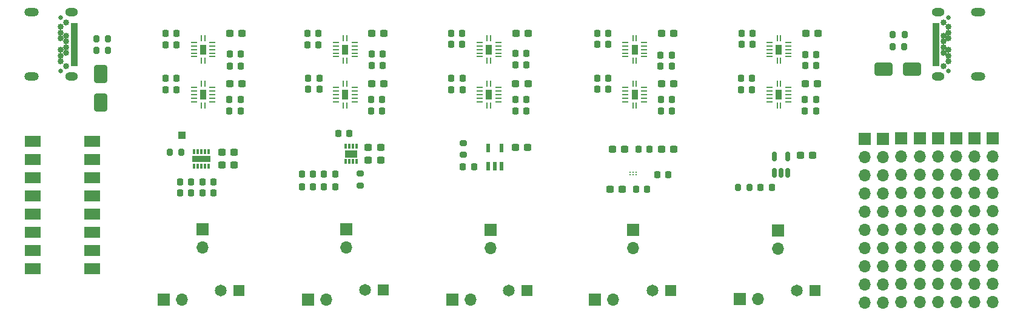
<source format=gbr>
%TF.GenerationSoftware,KiCad,Pcbnew,8.0.3-8.0.3-0~ubuntu22.04.1*%
%TF.CreationDate,2024-12-02T08:44:27+01:00*%
%TF.ProjectId,BreakoutboardRT9532,42726561-6b6f-4757-9462-6f6172645254,rev?*%
%TF.SameCoordinates,Original*%
%TF.FileFunction,Soldermask,Top*%
%TF.FilePolarity,Negative*%
%FSLAX46Y46*%
G04 Gerber Fmt 4.6, Leading zero omitted, Abs format (unit mm)*
G04 Created by KiCad (PCBNEW 8.0.3-8.0.3-0~ubuntu22.04.1) date 2024-12-02 08:44:27*
%MOMM*%
%LPD*%
G01*
G04 APERTURE LIST*
G04 Aperture macros list*
%AMRoundRect*
0 Rectangle with rounded corners*
0 $1 Rounding radius*
0 $2 $3 $4 $5 $6 $7 $8 $9 X,Y pos of 4 corners*
0 Add a 4 corners polygon primitive as box body*
4,1,4,$2,$3,$4,$5,$6,$7,$8,$9,$2,$3,0*
0 Add four circle primitives for the rounded corners*
1,1,$1+$1,$2,$3*
1,1,$1+$1,$4,$5*
1,1,$1+$1,$6,$7*
1,1,$1+$1,$8,$9*
0 Add four rect primitives between the rounded corners*
20,1,$1+$1,$2,$3,$4,$5,0*
20,1,$1+$1,$4,$5,$6,$7,0*
20,1,$1+$1,$6,$7,$8,$9,0*
20,1,$1+$1,$8,$9,$2,$3,0*%
G04 Aperture macros list end*
%ADD10C,0.010000*%
%ADD11RoundRect,0.225000X-0.225000X-0.250000X0.225000X-0.250000X0.225000X0.250000X-0.225000X0.250000X0*%
%ADD12RoundRect,0.225000X0.225000X0.250000X-0.225000X0.250000X-0.225000X-0.250000X0.225000X-0.250000X0*%
%ADD13RoundRect,0.200000X-0.275000X0.200000X-0.275000X-0.200000X0.275000X-0.200000X0.275000X0.200000X0*%
%ADD14R,0.300000X0.700000*%
%ADD15R,1.700000X1.000000*%
%ADD16RoundRect,0.218750X0.218750X0.256250X-0.218750X0.256250X-0.218750X-0.256250X0.218750X-0.256250X0*%
%ADD17RoundRect,0.237500X-0.300000X-0.237500X0.300000X-0.237500X0.300000X0.237500X-0.300000X0.237500X0*%
%ADD18RoundRect,0.150000X0.150000X-0.512500X0.150000X0.512500X-0.150000X0.512500X-0.150000X-0.512500X0*%
%ADD19RoundRect,0.200000X0.200000X0.275000X-0.200000X0.275000X-0.200000X-0.275000X0.200000X-0.275000X0*%
%ADD20R,0.240000X0.900000*%
%ADD21R,0.900000X0.240000*%
%ADD22R,0.900000X1.400000*%
%ADD23R,1.650000X1.650000*%
%ADD24C,1.650000*%
%ADD25R,1.700000X1.700000*%
%ADD26O,1.700000X1.700000*%
%ADD27C,0.226000*%
%ADD28RoundRect,0.237500X0.300000X0.237500X-0.300000X0.237500X-0.300000X-0.237500X0.300000X-0.237500X0*%
%ADD29RoundRect,0.200000X0.275000X-0.200000X0.275000X0.200000X-0.275000X0.200000X-0.275000X-0.200000X0*%
%ADD30R,0.600000X1.150000*%
%ADD31RoundRect,0.218750X-0.218750X-0.256250X0.218750X-0.256250X0.218750X0.256250X-0.218750X0.256250X0*%
%ADD32R,2.160000X1.520000*%
%ADD33R,1.000000X1.000000*%
%ADD34RoundRect,0.200000X-0.200000X-0.275000X0.200000X-0.275000X0.200000X0.275000X-0.200000X0.275000X0*%
%ADD35O,2.004000X1.204000*%
%ADD36O,1.804000X1.204000*%
%ADD37C,0.854000*%
%ADD38C,0.650000*%
%ADD39R,0.300000X0.750000*%
%ADD40R,2.550000X0.850000*%
%ADD41RoundRect,0.250000X1.000000X0.650000X-1.000000X0.650000X-1.000000X-0.650000X1.000000X-0.650000X0*%
%ADD42RoundRect,0.250000X-0.650000X1.000000X-0.650000X-1.000000X0.650000X-1.000000X0.650000X1.000000X0*%
G04 APERTURE END LIST*
D10*
%TO.C,J2*%
X182090000Y-57125000D02*
X181290000Y-57125000D01*
X181290000Y-56675000D01*
X182090000Y-56675000D01*
X182090000Y-57125000D01*
G36*
X182090000Y-57125000D02*
G01*
X181290000Y-57125000D01*
X181290000Y-56675000D01*
X182090000Y-56675000D01*
X182090000Y-57125000D01*
G37*
X182090000Y-57625000D02*
X181290000Y-57625000D01*
X181290000Y-57175000D01*
X182090000Y-57175000D01*
X182090000Y-57625000D01*
G36*
X182090000Y-57625000D02*
G01*
X181290000Y-57625000D01*
X181290000Y-57175000D01*
X182090000Y-57175000D01*
X182090000Y-57625000D01*
G37*
X182090000Y-58125000D02*
X181290000Y-58125000D01*
X181290000Y-57675000D01*
X182090000Y-57675000D01*
X182090000Y-58125000D01*
G36*
X182090000Y-58125000D02*
G01*
X181290000Y-58125000D01*
X181290000Y-57675000D01*
X182090000Y-57675000D01*
X182090000Y-58125000D01*
G37*
X182090000Y-58625000D02*
X181290000Y-58625000D01*
X181290000Y-58175000D01*
X182090000Y-58175000D01*
X182090000Y-58625000D01*
G36*
X182090000Y-58625000D02*
G01*
X181290000Y-58625000D01*
X181290000Y-58175000D01*
X182090000Y-58175000D01*
X182090000Y-58625000D01*
G37*
X182090000Y-59125000D02*
X181290000Y-59125000D01*
X181290000Y-58675000D01*
X182090000Y-58675000D01*
X182090000Y-59125000D01*
G36*
X182090000Y-59125000D02*
G01*
X181290000Y-59125000D01*
X181290000Y-58675000D01*
X182090000Y-58675000D01*
X182090000Y-59125000D01*
G37*
X182090000Y-59625000D02*
X181290000Y-59625000D01*
X181290000Y-59175000D01*
X182090000Y-59175000D01*
X182090000Y-59625000D01*
G36*
X182090000Y-59625000D02*
G01*
X181290000Y-59625000D01*
X181290000Y-59175000D01*
X182090000Y-59175000D01*
X182090000Y-59625000D01*
G37*
X182090000Y-60125000D02*
X181290000Y-60125000D01*
X181290000Y-59675000D01*
X182090000Y-59675000D01*
X182090000Y-60125000D01*
G36*
X182090000Y-60125000D02*
G01*
X181290000Y-60125000D01*
X181290000Y-59675000D01*
X182090000Y-59675000D01*
X182090000Y-60125000D01*
G37*
X182090000Y-56625000D02*
X181290000Y-56625000D01*
X181290000Y-56175000D01*
X182090000Y-56175000D01*
X182090000Y-56625000D01*
G36*
X182090000Y-56625000D02*
G01*
X181290000Y-56625000D01*
X181290000Y-56175000D01*
X182090000Y-56175000D01*
X182090000Y-56625000D01*
G37*
X182090000Y-56125000D02*
X181290000Y-56125000D01*
X181290000Y-55675000D01*
X182090000Y-55675000D01*
X182090000Y-56125000D01*
G36*
X182090000Y-56125000D02*
G01*
X181290000Y-56125000D01*
X181290000Y-55675000D01*
X182090000Y-55675000D01*
X182090000Y-56125000D01*
G37*
X182090000Y-55625000D02*
X181290000Y-55625000D01*
X181290000Y-55175000D01*
X182090000Y-55175000D01*
X182090000Y-55625000D01*
G36*
X182090000Y-55625000D02*
G01*
X181290000Y-55625000D01*
X181290000Y-55175000D01*
X182090000Y-55175000D01*
X182090000Y-55625000D01*
G37*
X182090000Y-55125000D02*
X181290000Y-55125000D01*
X181290000Y-54675000D01*
X182090000Y-54675000D01*
X182090000Y-55125000D01*
G36*
X182090000Y-55125000D02*
G01*
X181290000Y-55125000D01*
X181290000Y-54675000D01*
X182090000Y-54675000D01*
X182090000Y-55125000D01*
G37*
X182090000Y-54625000D02*
X181290000Y-54625000D01*
X181290000Y-54175000D01*
X182090000Y-54175000D01*
X182090000Y-54625000D01*
G36*
X182090000Y-54625000D02*
G01*
X181290000Y-54625000D01*
X181290000Y-54175000D01*
X182090000Y-54175000D01*
X182090000Y-54625000D01*
G37*
%TO.C,J1*%
X61760000Y-57625000D02*
X60960000Y-57625000D01*
X60960000Y-57175000D01*
X61760000Y-57175000D01*
X61760000Y-57625000D01*
G36*
X61760000Y-57625000D02*
G01*
X60960000Y-57625000D01*
X60960000Y-57175000D01*
X61760000Y-57175000D01*
X61760000Y-57625000D01*
G37*
X61760000Y-57125000D02*
X60960000Y-57125000D01*
X60960000Y-56675000D01*
X61760000Y-56675000D01*
X61760000Y-57125000D01*
G36*
X61760000Y-57125000D02*
G01*
X60960000Y-57125000D01*
X60960000Y-56675000D01*
X61760000Y-56675000D01*
X61760000Y-57125000D01*
G37*
X61760000Y-56625000D02*
X60960000Y-56625000D01*
X60960000Y-56175000D01*
X61760000Y-56175000D01*
X61760000Y-56625000D01*
G36*
X61760000Y-56625000D02*
G01*
X60960000Y-56625000D01*
X60960000Y-56175000D01*
X61760000Y-56175000D01*
X61760000Y-56625000D01*
G37*
X61760000Y-56125000D02*
X60960000Y-56125000D01*
X60960000Y-55675000D01*
X61760000Y-55675000D01*
X61760000Y-56125000D01*
G36*
X61760000Y-56125000D02*
G01*
X60960000Y-56125000D01*
X60960000Y-55675000D01*
X61760000Y-55675000D01*
X61760000Y-56125000D01*
G37*
X61760000Y-55625000D02*
X60960000Y-55625000D01*
X60960000Y-55175000D01*
X61760000Y-55175000D01*
X61760000Y-55625000D01*
G36*
X61760000Y-55625000D02*
G01*
X60960000Y-55625000D01*
X60960000Y-55175000D01*
X61760000Y-55175000D01*
X61760000Y-55625000D01*
G37*
X61760000Y-55125000D02*
X60960000Y-55125000D01*
X60960000Y-54675000D01*
X61760000Y-54675000D01*
X61760000Y-55125000D01*
G36*
X61760000Y-55125000D02*
G01*
X60960000Y-55125000D01*
X60960000Y-54675000D01*
X61760000Y-54675000D01*
X61760000Y-55125000D01*
G37*
X61760000Y-54625000D02*
X60960000Y-54625000D01*
X60960000Y-54175000D01*
X61760000Y-54175000D01*
X61760000Y-54625000D01*
G36*
X61760000Y-54625000D02*
G01*
X60960000Y-54625000D01*
X60960000Y-54175000D01*
X61760000Y-54175000D01*
X61760000Y-54625000D01*
G37*
X61760000Y-58125000D02*
X60960000Y-58125000D01*
X60960000Y-57675000D01*
X61760000Y-57675000D01*
X61760000Y-58125000D01*
G36*
X61760000Y-58125000D02*
G01*
X60960000Y-58125000D01*
X60960000Y-57675000D01*
X61760000Y-57675000D01*
X61760000Y-58125000D01*
G37*
X61760000Y-58625000D02*
X60960000Y-58625000D01*
X60960000Y-58175000D01*
X61760000Y-58175000D01*
X61760000Y-58625000D01*
G36*
X61760000Y-58625000D02*
G01*
X60960000Y-58625000D01*
X60960000Y-58175000D01*
X61760000Y-58175000D01*
X61760000Y-58625000D01*
G37*
X61760000Y-59125000D02*
X60960000Y-59125000D01*
X60960000Y-58675000D01*
X61760000Y-58675000D01*
X61760000Y-59125000D01*
G36*
X61760000Y-59125000D02*
G01*
X60960000Y-59125000D01*
X60960000Y-58675000D01*
X61760000Y-58675000D01*
X61760000Y-59125000D01*
G37*
X61760000Y-59625000D02*
X60960000Y-59625000D01*
X60960000Y-59175000D01*
X61760000Y-59175000D01*
X61760000Y-59625000D01*
G36*
X61760000Y-59625000D02*
G01*
X60960000Y-59625000D01*
X60960000Y-59175000D01*
X61760000Y-59175000D01*
X61760000Y-59625000D01*
G37*
X61760000Y-60125000D02*
X60960000Y-60125000D01*
X60960000Y-59675000D01*
X61760000Y-59675000D01*
X61760000Y-60125000D01*
G36*
X61760000Y-60125000D02*
G01*
X60960000Y-60125000D01*
X60960000Y-59675000D01*
X61760000Y-59675000D01*
X61760000Y-60125000D01*
G37*
%TD*%
D11*
%TO.C,R56*%
X93212500Y-77050000D03*
X94762500Y-77050000D03*
%TD*%
D12*
%TO.C,R55*%
X94762500Y-75300000D03*
X93212500Y-75300000D03*
%TD*%
D13*
%TO.C,R54*%
X101350000Y-75225000D03*
X101350000Y-76875000D03*
%TD*%
D12*
%TO.C,R16*%
X99825000Y-69650000D03*
X98275000Y-69650000D03*
%TD*%
D14*
%TO.C,IC14*%
X100800000Y-71400000D03*
X100300000Y-71400000D03*
X99800000Y-71400000D03*
X99300000Y-71400000D03*
X99300000Y-73500000D03*
X99800000Y-73500000D03*
X100300000Y-73500000D03*
X100800000Y-73500000D03*
D15*
X100050000Y-72450000D03*
%TD*%
D16*
%TO.C,D8*%
X97825000Y-77050000D03*
X96250000Y-77050000D03*
%TD*%
%TO.C,D5*%
X97825000Y-75300000D03*
X96250000Y-75300000D03*
%TD*%
D17*
%TO.C,C6*%
X104175000Y-73350000D03*
X102450000Y-73350000D03*
%TD*%
%TO.C,C4*%
X102450000Y-71550000D03*
X104175000Y-71550000D03*
%TD*%
D18*
%TO.C,U2*%
X159150000Y-75087500D03*
X160100000Y-75087500D03*
X161050000Y-75087500D03*
X161050000Y-72812500D03*
X159150000Y-72812500D03*
%TD*%
D12*
%TO.C,R53*%
X164975000Y-66500000D03*
X163425000Y-66500000D03*
%TD*%
D11*
%TO.C,R52*%
X163425000Y-64900000D03*
X164975000Y-64900000D03*
%TD*%
D12*
%TO.C,R51*%
X165025000Y-60150000D03*
X163475000Y-60150000D03*
%TD*%
D11*
%TO.C,R50*%
X163475000Y-58600000D03*
X165025000Y-58600000D03*
%TD*%
D12*
%TO.C,R49*%
X156075000Y-63550000D03*
X154525000Y-63550000D03*
%TD*%
D11*
%TO.C,R48*%
X154525000Y-61900000D03*
X156075000Y-61900000D03*
%TD*%
D12*
%TO.C,R47*%
X156125000Y-57150000D03*
X154575000Y-57150000D03*
%TD*%
D11*
%TO.C,R46*%
X154575000Y-55600000D03*
X156125000Y-55600000D03*
%TD*%
D19*
%TO.C,R45*%
X155725000Y-77150000D03*
X154075000Y-77150000D03*
%TD*%
D20*
%TO.C,IC13*%
X159550000Y-62650000D03*
D21*
X158500000Y-63200000D03*
X158500000Y-63700000D03*
X158500000Y-64200000D03*
X158500000Y-64700000D03*
X158500000Y-65200000D03*
D20*
X159550000Y-65750000D03*
X160050000Y-65750000D03*
D21*
X161100000Y-65200000D03*
X161100000Y-64700000D03*
X161100000Y-64200000D03*
X161100000Y-63700000D03*
X161100000Y-63200000D03*
D20*
X160050000Y-62650000D03*
D22*
X159800000Y-64200000D03*
%TD*%
D20*
%TO.C,IC12*%
X159550000Y-56350000D03*
D21*
X158500000Y-56900000D03*
X158500000Y-57400000D03*
X158500000Y-57900000D03*
X158500000Y-58400000D03*
X158500000Y-58900000D03*
D20*
X159550000Y-59450000D03*
X160050000Y-59450000D03*
D21*
X161100000Y-58900000D03*
X161100000Y-58400000D03*
X161100000Y-57900000D03*
X161100000Y-57400000D03*
X161100000Y-56900000D03*
D20*
X160050000Y-56350000D03*
D22*
X159800000Y-57900000D03*
%TD*%
D16*
%TO.C,D7*%
X158787500Y-77150000D03*
X157212500Y-77150000D03*
%TD*%
D17*
%TO.C,C19*%
X163487500Y-62650000D03*
X165212500Y-62650000D03*
%TD*%
%TO.C,C18*%
X163537500Y-55600000D03*
X165262500Y-55600000D03*
%TD*%
%TO.C,C17*%
X162787500Y-72650000D03*
X164512500Y-72650000D03*
%TD*%
D23*
%TO.C,J17*%
X164840000Y-91500000D03*
D24*
X162300000Y-91500000D03*
%TD*%
D23*
%TO.C,J16*%
X144690000Y-91500000D03*
D24*
X142150000Y-91500000D03*
%TD*%
D23*
%TO.C,J15*%
X124590000Y-91550000D03*
D24*
X122050000Y-91550000D03*
%TD*%
D23*
%TO.C,J14*%
X104570000Y-91470000D03*
D24*
X102030000Y-91470000D03*
%TD*%
D23*
%TO.C,J13*%
X84370000Y-91520000D03*
D24*
X81830000Y-91520000D03*
%TD*%
D25*
%TO.C,J12*%
X154325000Y-92750000D03*
D26*
X156865000Y-92750000D03*
%TD*%
D25*
%TO.C,J11*%
X159700000Y-83125000D03*
D26*
X159700000Y-85665000D03*
%TD*%
D25*
%TO.C,REF\u002A\u002A*%
X189650000Y-70300000D03*
D26*
X189650000Y-72840000D03*
X189650000Y-75380000D03*
X189650000Y-77920000D03*
X189650000Y-80460000D03*
X189650000Y-83000000D03*
X189650000Y-85540000D03*
X189650000Y-88080000D03*
X189650000Y-90620000D03*
X189650000Y-93160000D03*
%TD*%
D25*
%TO.C,REF\u002A\u002A*%
X187100000Y-70300000D03*
D26*
X187100000Y-72840000D03*
X187100000Y-75380000D03*
X187100000Y-77920000D03*
X187100000Y-80460000D03*
X187100000Y-83000000D03*
X187100000Y-85540000D03*
X187100000Y-88080000D03*
X187100000Y-90620000D03*
X187100000Y-93160000D03*
%TD*%
D25*
%TO.C,REF\u002A\u002A*%
X184550000Y-70310000D03*
D26*
X184550000Y-72850000D03*
X184550000Y-75390000D03*
X184550000Y-77930000D03*
X184550000Y-80470000D03*
X184550000Y-83010000D03*
X184550000Y-85550000D03*
X184550000Y-88090000D03*
X184550000Y-90630000D03*
X184550000Y-93170000D03*
%TD*%
D25*
%TO.C,REF\u002A\u002A*%
X182000000Y-70310000D03*
D26*
X182000000Y-72850000D03*
X182000000Y-75390000D03*
X182000000Y-77930000D03*
X182000000Y-80470000D03*
X182000000Y-83010000D03*
X182000000Y-85550000D03*
X182000000Y-88090000D03*
X182000000Y-90630000D03*
X182000000Y-93170000D03*
%TD*%
D25*
%TO.C,REF\u002A\u002A*%
X179450000Y-70325000D03*
D26*
X179450000Y-72865000D03*
X179450000Y-75405000D03*
X179450000Y-77945000D03*
X179450000Y-80485000D03*
X179450000Y-83025000D03*
X179450000Y-85565000D03*
X179450000Y-88105000D03*
X179450000Y-90645000D03*
X179450000Y-93185000D03*
%TD*%
D25*
%TO.C,REF\u002A\u002A*%
X176900000Y-70325000D03*
D26*
X176900000Y-72865000D03*
X176900000Y-75405000D03*
X176900000Y-77945000D03*
X176900000Y-80485000D03*
X176900000Y-83025000D03*
X176900000Y-85565000D03*
X176900000Y-88105000D03*
X176900000Y-90645000D03*
X176900000Y-93185000D03*
%TD*%
D25*
%TO.C,REF\u002A\u002A*%
X174350000Y-70335000D03*
D26*
X174350000Y-72875000D03*
X174350000Y-75415000D03*
X174350000Y-77955000D03*
X174350000Y-80495000D03*
X174350000Y-83035000D03*
X174350000Y-85575000D03*
X174350000Y-88115000D03*
X174350000Y-90655000D03*
X174350000Y-93195000D03*
%TD*%
D25*
%TO.C,REF\u002A\u002A*%
X171800000Y-70335000D03*
D26*
X171800000Y-72875000D03*
X171800000Y-75415000D03*
X171800000Y-77955000D03*
X171800000Y-80495000D03*
X171800000Y-83035000D03*
X171800000Y-85575000D03*
X171800000Y-88115000D03*
X171800000Y-90655000D03*
X171800000Y-93195000D03*
%TD*%
D12*
%TO.C,R44*%
X144875000Y-66450000D03*
X143325000Y-66450000D03*
%TD*%
D11*
%TO.C,R43*%
X143325000Y-64900000D03*
X144875000Y-64900000D03*
%TD*%
D12*
%TO.C,R42*%
X144825000Y-60200000D03*
X143275000Y-60200000D03*
%TD*%
D11*
%TO.C,R41*%
X143275000Y-58650000D03*
X144825000Y-58650000D03*
%TD*%
D12*
%TO.C,R40*%
X135975000Y-63450000D03*
X134425000Y-63450000D03*
%TD*%
D11*
%TO.C,R39*%
X134425000Y-61900000D03*
X135975000Y-61900000D03*
%TD*%
D12*
%TO.C,R38*%
X135975000Y-57200000D03*
X134425000Y-57200000D03*
%TD*%
D11*
%TO.C,R37*%
X134425000Y-55600000D03*
X135975000Y-55600000D03*
%TD*%
D12*
%TO.C,R36*%
X141725000Y-71850000D03*
X140175000Y-71850000D03*
%TD*%
%TO.C,R35*%
X144375000Y-75400000D03*
X142825000Y-75400000D03*
%TD*%
D11*
%TO.C,R34*%
X139825000Y-77400000D03*
X141375000Y-77400000D03*
%TD*%
D20*
%TO.C,IC11*%
X139400000Y-62650000D03*
D21*
X138350000Y-63200000D03*
X138350000Y-63700000D03*
X138350000Y-64200000D03*
X138350000Y-64700000D03*
X138350000Y-65200000D03*
D20*
X139400000Y-65750000D03*
X139900000Y-65750000D03*
D21*
X140950000Y-65200000D03*
X140950000Y-64700000D03*
X140950000Y-64200000D03*
X140950000Y-63700000D03*
X140950000Y-63200000D03*
D20*
X139900000Y-62650000D03*
D22*
X139650000Y-64200000D03*
%TD*%
D20*
%TO.C,IC10*%
X139400000Y-56350000D03*
D21*
X138350000Y-56900000D03*
X138350000Y-57400000D03*
X138350000Y-57900000D03*
X138350000Y-58400000D03*
X138350000Y-58900000D03*
D20*
X139400000Y-59450000D03*
X139900000Y-59450000D03*
D21*
X140950000Y-58900000D03*
X140950000Y-58400000D03*
X140950000Y-57900000D03*
X140950000Y-57400000D03*
X140950000Y-56900000D03*
D20*
X139900000Y-56350000D03*
D22*
X139650000Y-57900000D03*
%TD*%
D27*
%TO.C,IC9*%
X139050000Y-75400000D03*
X139050000Y-75000000D03*
X139450000Y-75400000D03*
X139450000Y-75000000D03*
X139850000Y-75400000D03*
X139850000Y-75000000D03*
%TD*%
D17*
%TO.C,C16*%
X143387500Y-62650000D03*
X145112500Y-62650000D03*
%TD*%
%TO.C,C15*%
X143387500Y-55600000D03*
X145112500Y-55600000D03*
%TD*%
%TO.C,C14*%
X143387500Y-71850000D03*
X145112500Y-71850000D03*
%TD*%
%TO.C,C13*%
X136225000Y-77400000D03*
X137950000Y-77400000D03*
%TD*%
D28*
%TO.C,C12*%
X138275000Y-71850000D03*
X136550000Y-71850000D03*
%TD*%
D12*
%TO.C,R33*%
X124525000Y-66450000D03*
X122975000Y-66450000D03*
%TD*%
D11*
%TO.C,R32*%
X122975000Y-64850000D03*
X124525000Y-64850000D03*
%TD*%
D12*
%TO.C,R31*%
X124575000Y-60050000D03*
X123025000Y-60050000D03*
%TD*%
D11*
%TO.C,R30*%
X123025000Y-58450000D03*
X124575000Y-58450000D03*
%TD*%
D12*
%TO.C,R29*%
X115625000Y-63500000D03*
X114075000Y-63500000D03*
%TD*%
D11*
%TO.C,R28*%
X114075000Y-61900000D03*
X115625000Y-61900000D03*
%TD*%
D12*
%TO.C,R27*%
X115575000Y-57200000D03*
X114025000Y-57200000D03*
%TD*%
D11*
%TO.C,R26*%
X114025000Y-55600000D03*
X115575000Y-55600000D03*
%TD*%
D29*
%TO.C,R25*%
X115700000Y-72575000D03*
X115700000Y-70925000D03*
%TD*%
D20*
%TO.C,IC8*%
X119050000Y-62650000D03*
D21*
X118000000Y-63200000D03*
X118000000Y-63700000D03*
X118000000Y-64200000D03*
X118000000Y-64700000D03*
X118000000Y-65200000D03*
D20*
X119050000Y-65750000D03*
X119550000Y-65750000D03*
D21*
X120600000Y-65200000D03*
X120600000Y-64700000D03*
X120600000Y-64200000D03*
X120600000Y-63700000D03*
X120600000Y-63200000D03*
D20*
X119550000Y-62650000D03*
D22*
X119300000Y-64200000D03*
%TD*%
%TO.C,IC7*%
X119300000Y-57900000D03*
D20*
X119550000Y-56350000D03*
D21*
X120600000Y-56900000D03*
X120600000Y-57400000D03*
X120600000Y-57900000D03*
X120600000Y-58400000D03*
X120600000Y-58900000D03*
D20*
X119550000Y-59450000D03*
X119050000Y-59450000D03*
D21*
X118000000Y-58900000D03*
X118000000Y-58400000D03*
X118000000Y-57900000D03*
X118000000Y-57400000D03*
X118000000Y-56900000D03*
D20*
X119050000Y-56350000D03*
%TD*%
D30*
%TO.C,IC6*%
X119200000Y-74150000D03*
X120150000Y-74150000D03*
X121100000Y-74150000D03*
X121100000Y-71650000D03*
X119200000Y-71650000D03*
%TD*%
D16*
%TO.C,D6*%
X117237500Y-74250000D03*
X115662500Y-74250000D03*
%TD*%
D17*
%TO.C,C11*%
X123037500Y-62650000D03*
X124762500Y-62650000D03*
%TD*%
%TO.C,C10*%
X123087500Y-55600000D03*
X124812500Y-55600000D03*
%TD*%
%TO.C,C9*%
X122987500Y-71600000D03*
X124712500Y-71600000D03*
%TD*%
D31*
%TO.C,D4*%
X77737500Y-77950000D03*
X76162500Y-77950000D03*
%TD*%
%TO.C,D3*%
X77737500Y-76400000D03*
X76162500Y-76400000D03*
%TD*%
D32*
%TO.C,SW1*%
X55620000Y-70710000D03*
X55620000Y-73250000D03*
X55620000Y-75790000D03*
X55620000Y-78330000D03*
X55620000Y-80870000D03*
X55620000Y-83410000D03*
X55620000Y-85950000D03*
X55620000Y-88490000D03*
X63880000Y-88490000D03*
X63880000Y-85950000D03*
X63880000Y-83410000D03*
X63880000Y-80870000D03*
X63880000Y-78330000D03*
X63880000Y-75790000D03*
X63880000Y-73250000D03*
X63880000Y-70710000D03*
%TD*%
D12*
%TO.C,R24*%
X104425000Y-66450000D03*
X102875000Y-66450000D03*
%TD*%
D11*
%TO.C,R23*%
X102875000Y-64850000D03*
X104425000Y-64850000D03*
%TD*%
D12*
%TO.C,R22*%
X104475000Y-60150000D03*
X102925000Y-60150000D03*
%TD*%
D11*
%TO.C,R21*%
X102925000Y-58550000D03*
X104475000Y-58550000D03*
%TD*%
D12*
%TO.C,R20*%
X95625000Y-63450000D03*
X94075000Y-63450000D03*
%TD*%
D11*
%TO.C,R19*%
X94075000Y-61900000D03*
X95625000Y-61900000D03*
%TD*%
D12*
%TO.C,R18*%
X95525000Y-57250000D03*
X93975000Y-57250000D03*
%TD*%
D11*
%TO.C,R17*%
X93975000Y-55600000D03*
X95525000Y-55600000D03*
%TD*%
D20*
%TO.C,IC5*%
X99000000Y-62650000D03*
D21*
X97950000Y-63200000D03*
X97950000Y-63700000D03*
X97950000Y-64200000D03*
X97950000Y-64700000D03*
X97950000Y-65200000D03*
D20*
X99000000Y-65750000D03*
X99500000Y-65750000D03*
D21*
X100550000Y-65200000D03*
X100550000Y-64700000D03*
X100550000Y-64200000D03*
X100550000Y-63700000D03*
X100550000Y-63200000D03*
D20*
X99500000Y-62650000D03*
D22*
X99250000Y-64200000D03*
%TD*%
D20*
%TO.C,IC4*%
X99000000Y-56350000D03*
D21*
X97950000Y-56900000D03*
X97950000Y-57400000D03*
X97950000Y-57900000D03*
X97950000Y-58400000D03*
X97950000Y-58900000D03*
D20*
X99000000Y-59450000D03*
X99500000Y-59450000D03*
D21*
X100550000Y-58900000D03*
X100550000Y-58400000D03*
X100550000Y-57900000D03*
X100550000Y-57400000D03*
X100550000Y-56900000D03*
D20*
X99500000Y-56350000D03*
D22*
X99250000Y-57900000D03*
%TD*%
D17*
%TO.C,C8*%
X102937500Y-62650000D03*
X104662500Y-62650000D03*
%TD*%
%TO.C,C7*%
X102937500Y-55600000D03*
X104662500Y-55600000D03*
%TD*%
D19*
%TO.C,R1*%
X76375000Y-72250000D03*
X74725000Y-72250000D03*
%TD*%
D12*
%TO.C,R15*%
X83075000Y-66500000D03*
X84625000Y-66500000D03*
%TD*%
D11*
%TO.C,R14*%
X83075000Y-64900000D03*
X84625000Y-64900000D03*
%TD*%
D12*
%TO.C,R13*%
X84675000Y-60200000D03*
X83125000Y-60200000D03*
%TD*%
D11*
%TO.C,R12*%
X83125000Y-58550000D03*
X84675000Y-58550000D03*
%TD*%
D12*
%TO.C,R11*%
X75675000Y-63500000D03*
X74125000Y-63500000D03*
%TD*%
D11*
%TO.C,R10*%
X74125000Y-61900000D03*
X75675000Y-61900000D03*
%TD*%
D12*
%TO.C,R9*%
X75675000Y-57250000D03*
X74125000Y-57250000D03*
%TD*%
D11*
%TO.C,R8*%
X74125000Y-55600000D03*
X75675000Y-55600000D03*
%TD*%
D17*
%TO.C,C5*%
X84862500Y-62650000D03*
X83137500Y-62650000D03*
%TD*%
%TO.C,C3*%
X83137500Y-55600000D03*
X84862500Y-55600000D03*
%TD*%
D22*
%TO.C,IC2*%
X79400000Y-64200000D03*
D20*
X79650000Y-62650000D03*
D21*
X80700000Y-63200000D03*
X80700000Y-63700000D03*
X80700000Y-64200000D03*
X80700000Y-64700000D03*
X80700000Y-65200000D03*
D20*
X79650000Y-65750000D03*
X79150000Y-65750000D03*
D21*
X78100000Y-65200000D03*
X78100000Y-64700000D03*
X78100000Y-64200000D03*
X78100000Y-63700000D03*
X78100000Y-63200000D03*
D20*
X79150000Y-62650000D03*
%TD*%
%TO.C,IC3*%
X79150000Y-56350000D03*
D21*
X78100000Y-56900000D03*
X78100000Y-57400000D03*
X78100000Y-57900000D03*
X78100000Y-58400000D03*
X78100000Y-58900000D03*
D20*
X79150000Y-59450000D03*
X79650000Y-59450000D03*
D21*
X80700000Y-58900000D03*
X80700000Y-58400000D03*
X80700000Y-57900000D03*
X80700000Y-57400000D03*
X80700000Y-56900000D03*
D20*
X79650000Y-56350000D03*
D22*
X79400000Y-57900000D03*
%TD*%
D33*
%TO.C,TP1*%
X76450000Y-69850000D03*
%TD*%
D11*
%TO.C,R7*%
X79325000Y-76400000D03*
X80875000Y-76400000D03*
%TD*%
%TO.C,R6*%
X80875000Y-77950000D03*
X79325000Y-77950000D03*
%TD*%
D19*
%TO.C,R5*%
X177350000Y-55800000D03*
X175700000Y-55800000D03*
%TD*%
%TO.C,R4*%
X177325000Y-57500000D03*
X175675000Y-57500000D03*
%TD*%
D34*
%TO.C,R3*%
X64475000Y-58000000D03*
X66125000Y-58000000D03*
%TD*%
%TO.C,R2*%
X64475000Y-56400000D03*
X66125000Y-56400000D03*
%TD*%
D26*
%TO.C,J10*%
X136665000Y-92850000D03*
D25*
X134125000Y-92850000D03*
%TD*%
%TO.C,J9*%
X114225000Y-92850000D03*
D26*
X116765000Y-92850000D03*
%TD*%
D25*
%TO.C,J8*%
X94075000Y-92800000D03*
D26*
X96615000Y-92800000D03*
%TD*%
D25*
%TO.C,J7*%
X73875000Y-92850000D03*
D26*
X76415000Y-92850000D03*
%TD*%
D25*
%TO.C,J6*%
X139450000Y-83075000D03*
D26*
X139450000Y-85615000D03*
%TD*%
D25*
%TO.C,J5*%
X119500000Y-83050000D03*
D26*
X119500000Y-85590000D03*
%TD*%
D25*
%TO.C,J4*%
X99400000Y-83025000D03*
D26*
X99400000Y-85565000D03*
%TD*%
D25*
%TO.C,J3*%
X79350000Y-82975000D03*
D26*
X79350000Y-85515000D03*
%TD*%
D35*
%TO.C,J2*%
X187600000Y-61650000D03*
X187600000Y-52650000D03*
D36*
X182000000Y-61650000D03*
X182000000Y-52650000D03*
D37*
X182800000Y-60200000D03*
X182800000Y-54100000D03*
X183500000Y-59550000D03*
X183500000Y-54750000D03*
X183500000Y-58750000D03*
X183500000Y-55550000D03*
X183500000Y-57950000D03*
X183500000Y-56350000D03*
X182800000Y-58350000D03*
X182800000Y-55950000D03*
X182800000Y-57550000D03*
X182800000Y-56750000D03*
D38*
X183500000Y-60875000D03*
X183500000Y-53425000D03*
%TD*%
D35*
%TO.C,J1*%
X55450000Y-52650000D03*
X55450000Y-61650000D03*
D36*
X61050000Y-52650000D03*
X61050000Y-61650000D03*
D37*
X60250000Y-54100000D03*
X60250000Y-60200000D03*
X59550000Y-54750000D03*
X59550000Y-59550000D03*
X59550000Y-55550000D03*
X59550000Y-58750000D03*
X59550000Y-56350000D03*
X59550000Y-57950000D03*
X60250000Y-55950000D03*
X60250000Y-58350000D03*
X60250000Y-56750000D03*
X60250000Y-57550000D03*
D38*
X59550000Y-53425000D03*
X59550000Y-60875000D03*
%TD*%
D39*
%TO.C,IC1*%
X80150000Y-72150000D03*
X79650000Y-72150000D03*
X79150000Y-72150000D03*
X78650000Y-72150000D03*
X78150000Y-72150000D03*
X78150000Y-74150000D03*
X78650000Y-74150000D03*
X79150000Y-74150000D03*
X79650000Y-74150000D03*
X80150000Y-74150000D03*
D40*
X79150000Y-73150000D03*
%TD*%
D41*
%TO.C,D2*%
X178400000Y-60650000D03*
X174400000Y-60650000D03*
%TD*%
D42*
%TO.C,D1*%
X65100000Y-61300000D03*
X65100000Y-65300000D03*
%TD*%
D17*
%TO.C,C2*%
X82025000Y-74050000D03*
X83750000Y-74050000D03*
%TD*%
%TO.C,C1*%
X82037500Y-72250000D03*
X83762500Y-72250000D03*
%TD*%
M02*

</source>
